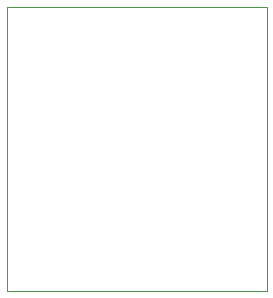
<source format=gbr>
%TF.GenerationSoftware,KiCad,Pcbnew,8.0.2-8.0.2-0~ubuntu22.04.1*%
%TF.CreationDate,2024-06-01T15:22:33+09:00*%
%TF.ProjectId,TB6612,54423636-3132-42e6-9b69-6361645f7063,rev?*%
%TF.SameCoordinates,Original*%
%TF.FileFunction,Profile,NP*%
%FSLAX46Y46*%
G04 Gerber Fmt 4.6, Leading zero omitted, Abs format (unit mm)*
G04 Created by KiCad (PCBNEW 8.0.2-8.0.2-0~ubuntu22.04.1) date 2024-06-01 15:22:33*
%MOMM*%
%LPD*%
G01*
G04 APERTURE LIST*
%TA.AperFunction,Profile*%
%ADD10C,0.050000*%
%TD*%
G04 APERTURE END LIST*
D10*
X132000000Y-80500000D02*
X154000000Y-80500000D01*
X154000000Y-104500000D01*
X132000000Y-104500000D01*
X132000000Y-80500000D01*
M02*

</source>
